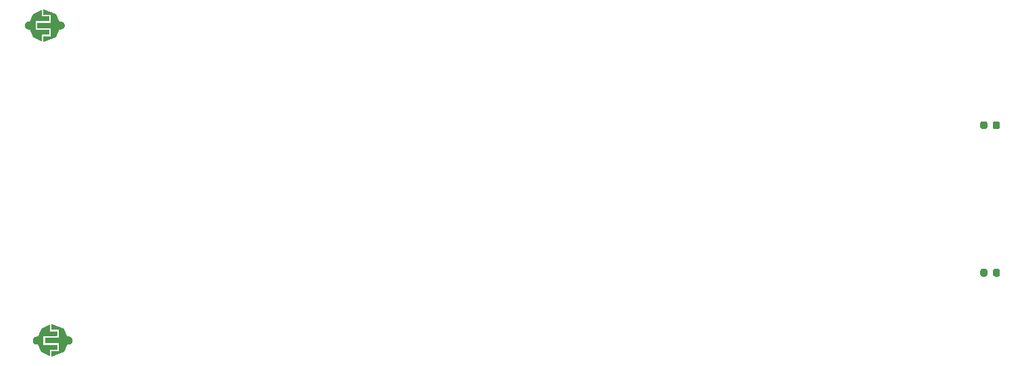
<source format=gbr>
%TF.GenerationSoftware,KiCad,Pcbnew,(5.1.8)-1*%
%TF.CreationDate,2023-06-17T15:14:55+09:00*%
%TF.ProjectId,face,66616365-2e6b-4696-9361-645f70636258,rev?*%
%TF.SameCoordinates,Original*%
%TF.FileFunction,Soldermask,Bot*%
%TF.FilePolarity,Negative*%
%FSLAX46Y46*%
G04 Gerber Fmt 4.6, Leading zero omitted, Abs format (unit mm)*
G04 Created by KiCad (PCBNEW (5.1.8)-1) date 2023-06-17 15:14:55*
%MOMM*%
%LPD*%
G01*
G04 APERTURE LIST*
%ADD10C,0.100000*%
G04 APERTURE END LIST*
%TO.C,D1*%
G36*
G01*
X198850000Y-113256250D02*
X198850000Y-112743750D01*
G75*
G02*
X199068750Y-112525000I218750J0D01*
G01*
X199506250Y-112525000D01*
G75*
G02*
X199725000Y-112743750I0J-218750D01*
G01*
X199725000Y-113256250D01*
G75*
G02*
X199506250Y-113475000I-218750J0D01*
G01*
X199068750Y-113475000D01*
G75*
G02*
X198850000Y-113256250I0J218750D01*
G01*
G37*
G36*
G01*
X197275000Y-113256250D02*
X197275000Y-112743750D01*
G75*
G02*
X197493750Y-112525000I218750J0D01*
G01*
X197931250Y-112525000D01*
G75*
G02*
X198150000Y-112743750I0J-218750D01*
G01*
X198150000Y-113256250D01*
G75*
G02*
X197931250Y-113475000I-218750J0D01*
G01*
X197493750Y-113475000D01*
G75*
G02*
X197275000Y-113256250I0J218750D01*
G01*
G37*
%TD*%
%TO.C,D2*%
G36*
G01*
X197275000Y-94756250D02*
X197275000Y-94243750D01*
G75*
G02*
X197493750Y-94025000I218750J0D01*
G01*
X197931250Y-94025000D01*
G75*
G02*
X198150000Y-94243750I0J-218750D01*
G01*
X198150000Y-94756250D01*
G75*
G02*
X197931250Y-94975000I-218750J0D01*
G01*
X197493750Y-94975000D01*
G75*
G02*
X197275000Y-94756250I0J218750D01*
G01*
G37*
G36*
G01*
X198850000Y-94756250D02*
X198850000Y-94243750D01*
G75*
G02*
X199068750Y-94025000I218750J0D01*
G01*
X199506250Y-94025000D01*
G75*
G02*
X199725000Y-94243750I0J-218750D01*
G01*
X199725000Y-94756250D01*
G75*
G02*
X199506250Y-94975000I-218750J0D01*
G01*
X199068750Y-94975000D01*
G75*
G02*
X198850000Y-94756250I0J218750D01*
G01*
G37*
%TD*%
D10*
%TO.C,J1*%
G36*
X80909755Y-119450961D02*
G01*
X80918570Y-119453576D01*
X82418570Y-120053576D01*
X82427270Y-120058091D01*
X82434922Y-120064216D01*
X82441232Y-120071717D01*
X82445957Y-120080304D01*
X82850213Y-121023568D01*
X82878510Y-121014984D01*
X82926635Y-121005412D01*
X82975466Y-121000602D01*
X83024534Y-121000602D01*
X83073365Y-121005412D01*
X83121490Y-121014984D01*
X83168445Y-121029228D01*
X83213778Y-121048005D01*
X83257051Y-121071136D01*
X83297850Y-121098396D01*
X83335779Y-121129524D01*
X83370476Y-121164221D01*
X83401604Y-121202150D01*
X83428864Y-121242949D01*
X83451995Y-121286222D01*
X83470772Y-121331555D01*
X83485016Y-121378510D01*
X83494588Y-121426635D01*
X83499398Y-121475466D01*
X83499398Y-121524534D01*
X83494588Y-121573365D01*
X83485016Y-121621490D01*
X83470772Y-121668445D01*
X83451995Y-121713778D01*
X83428864Y-121757051D01*
X83401604Y-121797850D01*
X83370476Y-121835779D01*
X83335779Y-121870476D01*
X83297850Y-121901604D01*
X83257051Y-121928864D01*
X83213778Y-121951995D01*
X83168445Y-121970772D01*
X83121490Y-121985016D01*
X83073365Y-121994588D01*
X83024534Y-121999398D01*
X82975466Y-121999398D01*
X82926635Y-121994588D01*
X82878510Y-121985016D01*
X82850213Y-121976432D01*
X82445957Y-122919696D01*
X82441232Y-122928283D01*
X82434922Y-122935784D01*
X82427270Y-122941909D01*
X82418570Y-122946424D01*
X80918570Y-123546424D01*
X80909156Y-123549155D01*
X80899390Y-123549996D01*
X80889648Y-123548917D01*
X80880304Y-123545957D01*
X80871717Y-123541232D01*
X80864216Y-123534922D01*
X80858091Y-123527270D01*
X80853576Y-123518570D01*
X80850845Y-123509156D01*
X80850000Y-123500000D01*
X80850000Y-122900000D01*
X80850961Y-122890245D01*
X80853806Y-122880866D01*
X80858427Y-122872221D01*
X80864645Y-122864645D01*
X80872221Y-122858427D01*
X80880866Y-122853806D01*
X80890245Y-122850961D01*
X80900000Y-122850000D01*
X81750000Y-122850000D01*
X81750000Y-121850000D01*
X80100000Y-121850000D01*
X80090245Y-121849039D01*
X80080866Y-121846194D01*
X80072221Y-121841573D01*
X80064645Y-121835355D01*
X80058427Y-121827779D01*
X80053806Y-121819134D01*
X80050961Y-121809755D01*
X80050000Y-121800000D01*
X80050000Y-121200000D01*
X80050961Y-121190245D01*
X80053806Y-121180866D01*
X80058427Y-121172221D01*
X80064645Y-121164645D01*
X80072221Y-121158427D01*
X80080866Y-121153806D01*
X80090245Y-121150961D01*
X80100000Y-121150000D01*
X81750000Y-121150000D01*
X81750000Y-120150000D01*
X80900000Y-120150000D01*
X80890245Y-120149039D01*
X80880866Y-120146194D01*
X80872221Y-120141573D01*
X80864645Y-120135355D01*
X80858427Y-120127779D01*
X80853806Y-120119134D01*
X80850961Y-120109755D01*
X80850000Y-120100000D01*
X80850000Y-119500000D01*
X80850961Y-119490245D01*
X80853806Y-119480866D01*
X80858427Y-119472221D01*
X80864645Y-119464645D01*
X80872221Y-119458427D01*
X80880866Y-119453806D01*
X80890245Y-119450961D01*
X80900000Y-119450000D01*
X80909755Y-119450961D01*
G37*
G36*
X80606254Y-119550393D02*
G01*
X80615811Y-119552566D01*
X80624762Y-119556562D01*
X80632760Y-119562227D01*
X80639500Y-119569344D01*
X80644721Y-119577639D01*
X80648224Y-119586794D01*
X80650000Y-119600000D01*
X80650000Y-120350000D01*
X81500000Y-120350000D01*
X81509755Y-120350961D01*
X81519134Y-120353806D01*
X81527779Y-120358427D01*
X81535355Y-120364645D01*
X81541573Y-120372221D01*
X81546194Y-120380866D01*
X81549039Y-120390245D01*
X81550000Y-120400000D01*
X81550000Y-120900000D01*
X81549039Y-120909755D01*
X81546194Y-120919134D01*
X81541573Y-120927779D01*
X81535355Y-120935355D01*
X81527779Y-120941573D01*
X81519134Y-120946194D01*
X81509755Y-120949039D01*
X81500000Y-120950000D01*
X79850000Y-120950000D01*
X79850000Y-122050000D01*
X81500000Y-122050000D01*
X81509755Y-122050961D01*
X81519134Y-122053806D01*
X81527779Y-122058427D01*
X81535355Y-122064645D01*
X81541573Y-122072221D01*
X81546194Y-122080866D01*
X81549039Y-122090245D01*
X81550000Y-122100000D01*
X81550000Y-122600000D01*
X81549039Y-122609755D01*
X81546194Y-122619134D01*
X81541573Y-122627779D01*
X81535355Y-122635355D01*
X81527779Y-122641573D01*
X81519134Y-122646194D01*
X81509755Y-122649039D01*
X81500000Y-122650000D01*
X80650000Y-122650000D01*
X80650000Y-123400000D01*
X80649039Y-123409755D01*
X80646194Y-123419134D01*
X80641573Y-123427779D01*
X80635355Y-123435355D01*
X80627779Y-123441573D01*
X80619134Y-123446194D01*
X80609755Y-123449039D01*
X80600000Y-123450000D01*
X80590245Y-123449039D01*
X80577639Y-123444721D01*
X79577639Y-122944721D01*
X79569344Y-122939500D01*
X79562227Y-122932760D01*
X79556562Y-122924762D01*
X79554043Y-122919696D01*
X79149787Y-121976432D01*
X79121490Y-121985016D01*
X79073365Y-121994588D01*
X79024534Y-121999398D01*
X78975466Y-121999398D01*
X78926635Y-121994588D01*
X78878510Y-121985016D01*
X78831555Y-121970772D01*
X78786222Y-121951995D01*
X78742949Y-121928864D01*
X78702150Y-121901604D01*
X78664221Y-121870476D01*
X78629524Y-121835779D01*
X78598396Y-121797850D01*
X78571136Y-121757051D01*
X78548005Y-121713778D01*
X78529228Y-121668445D01*
X78514984Y-121621490D01*
X78505412Y-121573365D01*
X78500602Y-121524534D01*
X78500602Y-121475466D01*
X78505412Y-121426635D01*
X78514984Y-121378510D01*
X78529228Y-121331555D01*
X78548005Y-121286222D01*
X78571136Y-121242949D01*
X78598396Y-121202150D01*
X78629524Y-121164221D01*
X78664221Y-121129524D01*
X78702150Y-121098396D01*
X78742949Y-121071136D01*
X78786222Y-121048005D01*
X78831555Y-121029228D01*
X78878510Y-121014984D01*
X78926635Y-121005412D01*
X78975466Y-121000602D01*
X79024534Y-121000602D01*
X79073365Y-121005412D01*
X79121490Y-121014984D01*
X79149787Y-121023568D01*
X79554043Y-120080304D01*
X79558768Y-120071717D01*
X79565078Y-120064216D01*
X79572730Y-120058091D01*
X79577639Y-120055279D01*
X80577639Y-119555279D01*
X80586794Y-119551776D01*
X80596456Y-119550126D01*
X80606254Y-119550393D01*
G37*
%TD*%
%TO.C,J2*%
G36*
X79606254Y-80050393D02*
G01*
X79615811Y-80052566D01*
X79624762Y-80056562D01*
X79632760Y-80062227D01*
X79639500Y-80069344D01*
X79644721Y-80077639D01*
X79648224Y-80086794D01*
X79650000Y-80100000D01*
X79650000Y-80850000D01*
X80500000Y-80850000D01*
X80509755Y-80850961D01*
X80519134Y-80853806D01*
X80527779Y-80858427D01*
X80535355Y-80864645D01*
X80541573Y-80872221D01*
X80546194Y-80880866D01*
X80549039Y-80890245D01*
X80550000Y-80900000D01*
X80550000Y-81400000D01*
X80549039Y-81409755D01*
X80546194Y-81419134D01*
X80541573Y-81427779D01*
X80535355Y-81435355D01*
X80527779Y-81441573D01*
X80519134Y-81446194D01*
X80509755Y-81449039D01*
X80500000Y-81450000D01*
X78850000Y-81450000D01*
X78850000Y-82550000D01*
X80500000Y-82550000D01*
X80509755Y-82550961D01*
X80519134Y-82553806D01*
X80527779Y-82558427D01*
X80535355Y-82564645D01*
X80541573Y-82572221D01*
X80546194Y-82580866D01*
X80549039Y-82590245D01*
X80550000Y-82600000D01*
X80550000Y-83100000D01*
X80549039Y-83109755D01*
X80546194Y-83119134D01*
X80541573Y-83127779D01*
X80535355Y-83135355D01*
X80527779Y-83141573D01*
X80519134Y-83146194D01*
X80509755Y-83149039D01*
X80500000Y-83150000D01*
X79650000Y-83150000D01*
X79650000Y-83900000D01*
X79649039Y-83909755D01*
X79646194Y-83919134D01*
X79641573Y-83927779D01*
X79635355Y-83935355D01*
X79627779Y-83941573D01*
X79619134Y-83946194D01*
X79609755Y-83949039D01*
X79600000Y-83950000D01*
X79590245Y-83949039D01*
X79577639Y-83944721D01*
X78577639Y-83444721D01*
X78569344Y-83439500D01*
X78562227Y-83432760D01*
X78556562Y-83424762D01*
X78554043Y-83419696D01*
X78149787Y-82476432D01*
X78121490Y-82485016D01*
X78073365Y-82494588D01*
X78024534Y-82499398D01*
X77975466Y-82499398D01*
X77926635Y-82494588D01*
X77878510Y-82485016D01*
X77831555Y-82470772D01*
X77786222Y-82451995D01*
X77742949Y-82428864D01*
X77702150Y-82401604D01*
X77664221Y-82370476D01*
X77629524Y-82335779D01*
X77598396Y-82297850D01*
X77571136Y-82257051D01*
X77548005Y-82213778D01*
X77529228Y-82168445D01*
X77514984Y-82121490D01*
X77505412Y-82073365D01*
X77500602Y-82024534D01*
X77500602Y-81975466D01*
X77505412Y-81926635D01*
X77514984Y-81878510D01*
X77529228Y-81831555D01*
X77548005Y-81786222D01*
X77571136Y-81742949D01*
X77598396Y-81702150D01*
X77629524Y-81664221D01*
X77664221Y-81629524D01*
X77702150Y-81598396D01*
X77742949Y-81571136D01*
X77786222Y-81548005D01*
X77831555Y-81529228D01*
X77878510Y-81514984D01*
X77926635Y-81505412D01*
X77975466Y-81500602D01*
X78024534Y-81500602D01*
X78073365Y-81505412D01*
X78121490Y-81514984D01*
X78149787Y-81523568D01*
X78554043Y-80580304D01*
X78558768Y-80571717D01*
X78565078Y-80564216D01*
X78572730Y-80558091D01*
X78577639Y-80555279D01*
X79577639Y-80055279D01*
X79586794Y-80051776D01*
X79596456Y-80050126D01*
X79606254Y-80050393D01*
G37*
G36*
X79909755Y-79950961D02*
G01*
X79918570Y-79953576D01*
X81418570Y-80553576D01*
X81427270Y-80558091D01*
X81434922Y-80564216D01*
X81441232Y-80571717D01*
X81445957Y-80580304D01*
X81850213Y-81523568D01*
X81878510Y-81514984D01*
X81926635Y-81505412D01*
X81975466Y-81500602D01*
X82024534Y-81500602D01*
X82073365Y-81505412D01*
X82121490Y-81514984D01*
X82168445Y-81529228D01*
X82213778Y-81548005D01*
X82257051Y-81571136D01*
X82297850Y-81598396D01*
X82335779Y-81629524D01*
X82370476Y-81664221D01*
X82401604Y-81702150D01*
X82428864Y-81742949D01*
X82451995Y-81786222D01*
X82470772Y-81831555D01*
X82485016Y-81878510D01*
X82494588Y-81926635D01*
X82499398Y-81975466D01*
X82499398Y-82024534D01*
X82494588Y-82073365D01*
X82485016Y-82121490D01*
X82470772Y-82168445D01*
X82451995Y-82213778D01*
X82428864Y-82257051D01*
X82401604Y-82297850D01*
X82370476Y-82335779D01*
X82335779Y-82370476D01*
X82297850Y-82401604D01*
X82257051Y-82428864D01*
X82213778Y-82451995D01*
X82168445Y-82470772D01*
X82121490Y-82485016D01*
X82073365Y-82494588D01*
X82024534Y-82499398D01*
X81975466Y-82499398D01*
X81926635Y-82494588D01*
X81878510Y-82485016D01*
X81850213Y-82476432D01*
X81445957Y-83419696D01*
X81441232Y-83428283D01*
X81434922Y-83435784D01*
X81427270Y-83441909D01*
X81418570Y-83446424D01*
X79918570Y-84046424D01*
X79909156Y-84049155D01*
X79899390Y-84049996D01*
X79889648Y-84048917D01*
X79880304Y-84045957D01*
X79871717Y-84041232D01*
X79864216Y-84034922D01*
X79858091Y-84027270D01*
X79853576Y-84018570D01*
X79850845Y-84009156D01*
X79850000Y-84000000D01*
X79850000Y-83400000D01*
X79850961Y-83390245D01*
X79853806Y-83380866D01*
X79858427Y-83372221D01*
X79864645Y-83364645D01*
X79872221Y-83358427D01*
X79880866Y-83353806D01*
X79890245Y-83350961D01*
X79900000Y-83350000D01*
X80750000Y-83350000D01*
X80750000Y-82350000D01*
X79100000Y-82350000D01*
X79090245Y-82349039D01*
X79080866Y-82346194D01*
X79072221Y-82341573D01*
X79064645Y-82335355D01*
X79058427Y-82327779D01*
X79053806Y-82319134D01*
X79050961Y-82309755D01*
X79050000Y-82300000D01*
X79050000Y-81700000D01*
X79050961Y-81690245D01*
X79053806Y-81680866D01*
X79058427Y-81672221D01*
X79064645Y-81664645D01*
X79072221Y-81658427D01*
X79080866Y-81653806D01*
X79090245Y-81650961D01*
X79100000Y-81650000D01*
X80750000Y-81650000D01*
X80750000Y-80650000D01*
X79900000Y-80650000D01*
X79890245Y-80649039D01*
X79880866Y-80646194D01*
X79872221Y-80641573D01*
X79864645Y-80635355D01*
X79858427Y-80627779D01*
X79853806Y-80619134D01*
X79850961Y-80609755D01*
X79850000Y-80600000D01*
X79850000Y-80000000D01*
X79850961Y-79990245D01*
X79853806Y-79980866D01*
X79858427Y-79972221D01*
X79864645Y-79964645D01*
X79872221Y-79958427D01*
X79880866Y-79953806D01*
X79890245Y-79950961D01*
X79900000Y-79950000D01*
X79909755Y-79950961D01*
G37*
%TD*%
M02*

</source>
